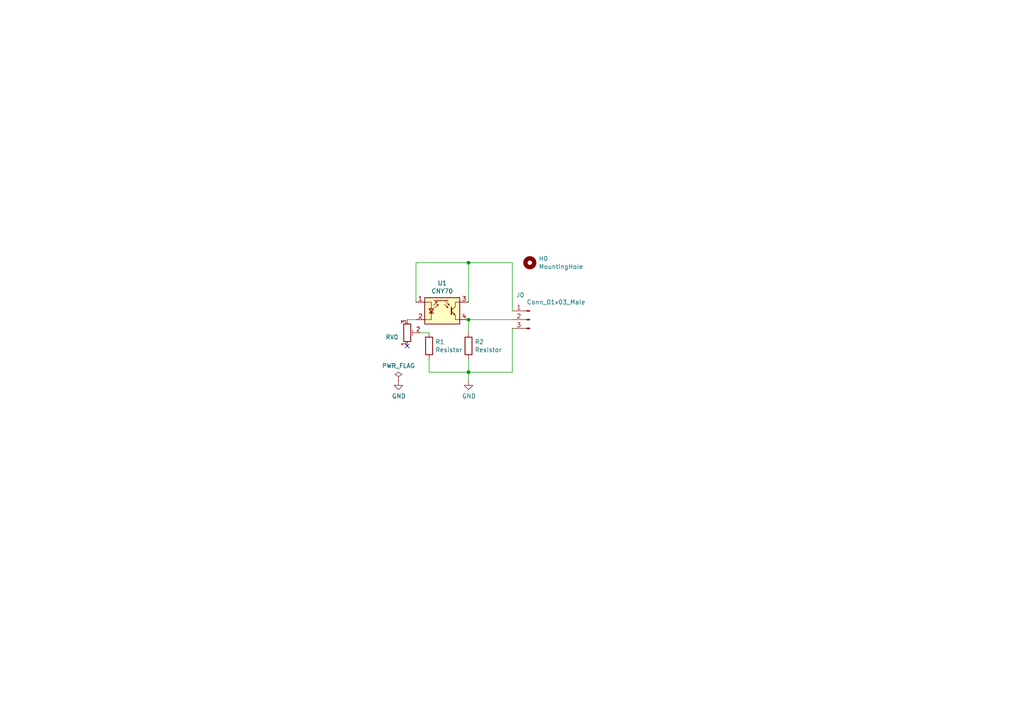
<source format=kicad_sch>
(kicad_sch (version 20230121) (generator eeschema)
  (paper "A4")
  (lib_symbols
    (symbol "Connector:Conn_01x03_Male" (pin_names (offset 1.016) hide)
      (property "Reference" "J" (at 0 5.08 0))
      (property "Value" "Conn_01x03_Male" (at 0 -5.08 0))
      (symbol "Conn_01x03_Male_1_1"
        (polyline (pts (xy 1.27 -2.54) (xy 0.8636 -2.54)) (stroke (width 0.1524)))
        (polyline (pts (xy 1.27 0) (xy 0.8636 0)) (stroke (width 0.1524)))
        (polyline (pts (xy 1.27 2.54) (xy 0.8636 2.54)) (stroke (width 0.1524)))
        (rectangle (start 0.8636 -2.413) (end 0 -2.667) (stroke (width 0.1524)) (fill (type outline)))
        (rectangle (start 0.8636 0.127) (end 0 -0.127) (stroke (width 0.1524)) (fill (type outline)))
        (rectangle (start 0.8636 2.667) (end 0 2.413) (stroke (width 0.1524)) (fill (type outline)))
        (pin passive line (at 5.08 2.54 180) (length 3.81) (name "Pin_1") (number "1"))
        (pin passive line (at 5.08 0 180) (length 3.81) (name "Pin_2") (number "2"))
        (pin passive line (at 5.08 -2.54 180) (length 3.81) (name "Pin_3") (number "3"))
      )
    )
    (symbol "Device:R" (pin_numbers hide) (pin_names (offset 0))
      (property "Reference" "R" (at 2.032 0 90))
      (property "Value" "R" (at 0 0 90))
      (symbol "R_0_1"
        (rectangle (start -1.016 -2.54) (end 1.016 2.54) (stroke (width 0.254)))
      )
      (symbol "R_1_1"
        (pin passive line (at 0 3.81 270) (length 1.27) (name "~") (number "1"))
        (pin passive line (at 0 -3.81 90) (length 1.27) (name "~") (number "2"))
      )
    )
    (symbol "Device:R_Potentiometer_Trim" (pin_names (offset 1.016) hide)
      (property "Reference" "RV" (at -4.445 0 90))
      (property "Value" "R_Potentiometer_Trim" (at -2.54 0 90))
      (symbol "R_Potentiometer_Trim_0_1"
        (polyline (pts (xy 1.524 0.762) (xy 1.524 -0.762)))
        (polyline (pts (xy 2.54 0) (xy 1.524 0)))
        (rectangle (start 1.016 2.54) (end -1.016 -2.54) (stroke (width 0.254)))
      )
      (symbol "R_Potentiometer_Trim_1_1"
        (pin passive line (at 0 3.81 270) (length 1.27) (name "1") (number "1"))
        (pin passive line (at 3.81 0 180) (length 1.27) (name "2") (number "2"))
        (pin passive line (at 0 -3.81 90) (length 1.27) (name "3") (number "3"))
      )
    )
    (symbol "Mechanical:MountingHole" (pin_names (offset 1.016))
      (property "Reference" "H" (at 0 5.08 0))
      (property "Value" "MountingHole" (at 0 3.175 0))
      (symbol "MountingHole_0_1"
        (circle (center 0 0) (radius 1.27) (stroke (width 1.27)))
      )
    )
    (symbol "Sensor_Proximity:CNY70" (pin_names (offset 1.016) hide)
      (property "Reference" "U" (at -5.08 5.08 0))
      (property "Value" "CNY70" (at 5.08 5.08 0))
      (symbol "CNY70_0_1"
        (polyline (pts (xy -3.81 -0.635) (xy -2.54 -0.635)) (stroke (width 0.254)))
        (polyline (pts (xy -2.286 2.921) (xy -2.032 3.175)))
        (polyline (pts (xy -1.778 2.921) (xy -1.524 3.175)))
        (polyline (pts (xy -1.524 2.667) (xy -1.651 2.159)))
        (polyline (pts (xy -1.27 2.921) (xy -1.016 3.175)))
        (polyline (pts (xy -1.143 1.905) (xy -1.27 1.397)))
        (polyline (pts (xy -0.762 2.921) (xy -0.508 3.175)))
        (polyline (pts (xy -0.254 2.921) (xy 0 3.175)))
        (polyline (pts (xy 0.254 2.921) (xy 0.508 3.175)))
        (polyline (pts (xy 0.762 2.921) (xy 1.016 3.175)))
        (polyline (pts (xy 1.27 2.921) (xy 1.524 3.175)))
        (polyline (pts (xy 1.651 0.889) (xy 1.143 1.016)))
        (polyline (pts (xy 1.778 2.921) (xy -2.413 2.921)))
        (polyline (pts (xy 2.032 1.651) (xy 1.524 1.778)))
        (polyline (pts (xy 2.667 -0.127) (xy 3.81 -1.27)))
        (polyline (pts (xy 2.667 0.127) (xy 3.81 1.27)))
        (polyline (pts (xy -2.54 1.651) (xy -1.524 2.667) (xy -2.032 2.54)))
        (polyline (pts (xy -2.159 0.889) (xy -1.143 1.905) (xy -1.651 1.778)))
        (polyline (pts (xy 0.635 1.905) (xy 1.651 0.889) (xy 1.524 1.397)))
        (polyline (pts (xy 1.016 2.667) (xy 2.032 1.651) (xy 1.905 2.159)))
        (polyline (pts (xy 2.667 1.016) (xy 2.667 -1.016) (xy 2.667 -1.016)) (stroke (width 0.3556)))
        (polyline (pts (xy 3.81 -1.27) (xy 3.81 -2.54) (xy 5.08 -2.54)))
        (polyline (pts (xy 3.81 1.27) (xy 3.81 2.54) (xy 5.08 2.54)))
        (polyline (pts (xy -5.08 -2.54) (xy -3.175 -2.54) (xy -3.175 2.54) (xy -5.08 2.54)))
        (polyline (pts (xy -3.175 -0.635) (xy -3.81 0.635) (xy -2.54 0.635) (xy -3.175 -0.635)) (stroke (width 0.254)))
        (polyline (pts (xy 3.683 -1.143) (xy 3.429 -0.635) (xy 3.175 -0.889) (xy 3.683 -1.143)))
        (polyline (pts (xy -5.08 -3.81) (xy 5.08 -3.81) (xy 5.08 3.81) (xy -5.08 3.81) (xy -5.08 -3.81)) (stroke (width 0.254)) (fill (type background)))
      )
      (symbol "CNY70_1_1"
        (pin passive line (at -7.62 2.54 0) (length 2.54) (name "A") (number "1"))
        (pin passive line (at -7.62 -2.54 0) (length 2.54) (name "K") (number "2"))
        (pin open_collector line (at 7.62 2.54 180) (length 2.54) (name "C") (number "3"))
        (pin open_emitter line (at 7.62 -2.54 180) (length 2.54) (name "E") (number "4"))
      )
    )
    (symbol "power:GND" (power) (pin_names (offset 0))
      (property "Value" "GND" (at 0 -3.81 0))
      (symbol "GND_0_1"
        (polyline (pts (xy 0 0) (xy 0 -1.27) (xy 1.27 -1.27) (xy 0 -2.54) (xy -1.27 -1.27) (xy 0 -1.27)))
      )
      (symbol "GND_1_1"
        (pin power_in line (at 0 0 270) (length 0) hide (name "GND") (number "1"))
      )
    )
    (symbol "power:PWR_FLAG" (power) (pin_numbers hide) (pin_names (offset 0) hide)
      (property "Value" "PWR_FLAG" (at 0 3.81 0))
      (symbol "PWR_FLAG_0_0"
        (pin power_out line (at 0 0 90) (length 0) (name "pwr") (number "1"))
      )
      (symbol "PWR_FLAG_0_1"
        (polyline (pts (xy 0 0) (xy 0 1.27) (xy -1.016 1.905) (xy 0 2.54) (xy 1.016 1.905) (xy 0 1.27)))
      )
    )
  )
  (junction (at 135.89 76.2))
  (junction (at 135.89 92.71))
  (junction (at 135.89 107.95))
  (no_connect (at 118.11 100.33))
  (wire (pts (xy 135.89 76.2) (xy 148.59 76.2)))
  (wire (pts (xy 124.46 107.95) (xy 135.89 107.95)))
  (wire (pts (xy 120.65 87.63) (xy 120.65 76.2)))
  (wire (pts (xy 120.65 76.2) (xy 135.89 76.2)))
  (wire (pts (xy 135.89 76.2) (xy 135.89 87.63)))
  (wire (pts (xy 135.89 107.95) (xy 135.89 110.49)))
  (wire (pts (xy 135.89 92.71) (xy 148.59 92.71)))
  (wire (pts (xy 135.89 107.95) (xy 148.59 107.95)))
  (wire (pts (xy 118.11 92.71) (xy 120.65 92.71)))
  (wire (pts (xy 135.89 92.71) (xy 135.89 96.52)))
  (wire (pts (xy 148.59 76.2) (xy 148.59 90.17)))
  (wire (pts (xy 148.59 95.25) (xy 148.59 107.95)))
  (wire (pts (xy 135.89 104.14) (xy 135.89 107.95)))
  (wire (pts (xy 121.92 96.52) (xy 124.46 96.52)))
  (wire (pts (xy 124.46 104.14) (xy 124.46 107.95)))
  (symbol (lib_id "Sensor_Proximity:CNY70") (at 128.27 90.17 0) (unit 1)
    (property "Reference" "U1" (at 128.27 82.1182 0))
    (property "Value" "CNY70" (at 128.27 84.4296 0))
    (property "Footprint" "OptoDevice:Vishay_CNY70" (effects hide))
  )
  (symbol (lib_id "Device:R") (at 124.46 100.33 0) (unit 1)
    (property "Reference" "R1" (at 126.238 99.1616 0) (effects (justify left)))
    (property "Value" "Resistor" (at 126.238 101.473 0) (effects (justify left)))
    (property "Footprint" "stem_piano_footprints:R_0805_2012_1.20x1.40mm_bigpad" (effects hide))
  )
  (symbol (lib_id "Device:R") (at 135.89 100.33 0) (unit 1)
    (property "Reference" "R2" (at 137.668 99.1616 0) (effects (justify left)))
    (property "Value" "Resistor" (at 137.668 101.473 0) (effects (justify left)))
    (property "Footprint" "stem_piano_footprints:R_0805_2012_1.20x1.40mm_bigpad" (effects hide))
  )
  (symbol (lib_id "Mechanical:MountingHole") (at 153.67 76.2 0) (unit 1)
    (property "Reference" "H0" (at 156.21 75.0316 0) (effects (justify left)))
    (property "Value" "MountingHole" (at 156.21 77.343 0) (effects (justify left)))
    (property "Footprint" "MountingHole:MountingHole_3.5mm_Pad_TopBottom" (effects hide))
  )
  (symbol (lib_id "power:GND") (at 135.89 110.49 0) (unit 1)
    (property "Reference" "#PWR0101" (effects hide))
    (property "Value" "GND" (at 136.017 114.8842 0))
  )
  (symbol (lib_id "power:GND") (at 115.57 110.49 0) (unit 1)
    (property "Reference" "#PWR0102" (effects hide))
    (property "Value" "GND" (at 115.697 114.8842 0))
  )
  (symbol (lib_id "power:PWR_FLAG") (at 115.57 110.49 0) (unit 1)
    (property "Reference" "#FLG0101" (effects hide))
    (property "Value" "PWR_FLAG" (at 115.57 106.0958 0))
  )
  (symbol (lib_id "Connector:Conn_01x03_Male") (at 153.67 92.71 0) (mirror y) (unit 1)
    (property "Reference" "J0" (at 150.9268 85.5726 0))
    (property "Value" "Conn_01x03_Male" (at 161.29 87.63 0))
    (property "Footprint" "Connector_PinHeader_2.54mm:PinHeader_1x03_P2.54mm_Vertical" (effects hide))
  )
  (symbol (lib_id "Device:R_Potentiometer_Trim") (at 118.11 96.52 0) (mirror x) (unit 1)
    (property "Reference" "RV0" (at 115.57 97.7901 0) (effects (justify right)))
    (property "Value" "R_Potentiometer_Trim" (effects hide))
    (property "Footprint" "stem_piano_footprints:Bourns_3224X_Vertical_bigpads" (effects hide))
  )
)
</source>
